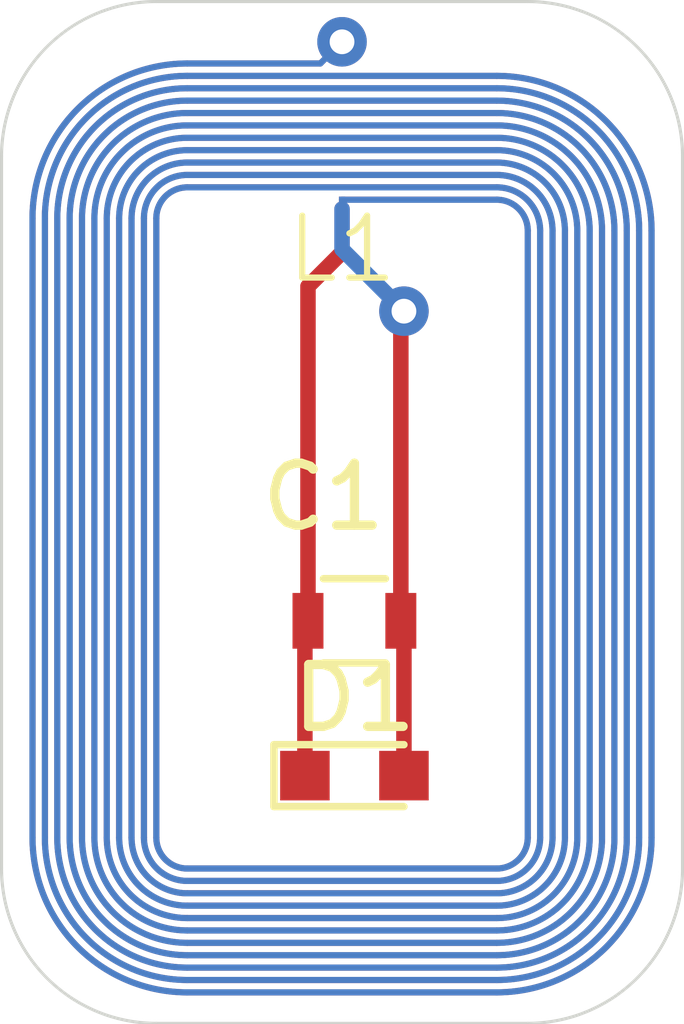
<source format=kicad_pcb>
(kicad_pcb (version 20171130) (host pcbnew 5.0.0-rc2-dev-unknown-6866c0c~65~ubuntu16.04.1)

  (general
    (thickness 0.1)
    (drawings 8)
    (tracks 12)
    (zones 0)
    (modules 3)
    (nets 3)
  )

  (page A4)
  (layers
    (0 F.Cu signal)
    (31 B.Cu signal)
    (32 B.Adhes user)
    (33 F.Adhes user)
    (34 B.Paste user)
    (35 F.Paste user)
    (36 B.SilkS user)
    (37 F.SilkS user)
    (38 B.Mask user)
    (39 F.Mask user)
    (40 Dwgs.User user)
    (41 Cmts.User user)
    (42 Eco1.User user)
    (43 Eco2.User user)
    (44 Edge.Cuts user)
    (45 Margin user)
    (46 B.CrtYd user)
    (47 F.CrtYd user)
    (48 B.Fab user)
    (49 F.Fab user)
  )

  (setup
    (last_trace_width 0.25)
    (trace_clearance 0.2)
    (zone_clearance 0.508)
    (zone_45_only no)
    (trace_min 0.2)
    (segment_width 0.2)
    (edge_width 0.15)
    (via_size 0.8)
    (via_drill 0.4)
    (via_min_size 0.4)
    (via_min_drill 0.3)
    (uvia_size 0.3)
    (uvia_drill 0.1)
    (uvias_allowed no)
    (uvia_min_size 0.2)
    (uvia_min_drill 0.1)
    (pcb_text_width 0.3)
    (pcb_text_size 1.5 1.5)
    (mod_edge_width 0.15)
    (mod_text_size 1 1)
    (mod_text_width 0.15)
    (pad_size 1.524 1.524)
    (pad_drill 0.762)
    (pad_to_mask_clearance 0.2)
    (aux_axis_origin 0 0)
    (visible_elements FFFFFF7F)
    (pcbplotparams
      (layerselection 0x010fc_ffffffff)
      (usegerberextensions false)
      (usegerberattributes false)
      (usegerberadvancedattributes false)
      (creategerberjobfile false)
      (excludeedgelayer true)
      (linewidth 0.508000)
      (plotframeref false)
      (viasonmask false)
      (mode 1)
      (useauxorigin false)
      (hpglpennumber 1)
      (hpglpenspeed 20)
      (hpglpendiameter 15)
      (psnegative false)
      (psa4output false)
      (plotreference true)
      (plotvalue true)
      (plotinvisibletext false)
      (padsonsilk false)
      (subtractmaskfromsilk false)
      (outputformat 1)
      (mirror false)
      (drillshape 1)
      (scaleselection 1)
      (outputdirectory ""))
  )

  (net 0 "")
  (net 1 /HI)
  (net 2 /LO)

  (net_class Default "This is the default net class."
    (clearance 0.2)
    (trace_width 0.25)
    (via_dia 0.8)
    (via_drill 0.4)
    (uvia_dia 0.3)
    (uvia_drill 0.1)
    (add_net /HI)
    (add_net /LO)
  )

  (module nfc_fp:ant_nfc (layer F.Cu) (tedit 5AF1E381) (tstamp 5B0237D2)
    (at 60 30)
    (path /5AEF0CBD)
    (fp_text reference L1 (at 0 -4.5) (layer F.SilkS)
      (effects (font (size 1 1) (thickness 0.1)))
    )
    (fp_text value INDUCTOR (at 0 -6.5) (layer F.Fab)
      (effects (font (size 1 1) (thickness 0.1)))
    )
    (fp_line (start -0.35 -7.5) (end -2.5 -7.5) (layer B.Cu) (width 0.1))
    (fp_arc (start 2.5 -4.8) (end 4.8 -4.8) (angle -90) (layer B.Cu) (width 0.1))
    (fp_line (start 2.5 -7.3) (end -2.5 -7.3) (layer B.Cu) (width 0.1))
    (fp_arc (start -2.5 -5) (end -2.5 -7.3) (angle -90) (layer B.Cu) (width 0.1))
    (fp_line (start -2.5 7.5) (end 2.5 7.5) (layer B.Cu) (width 0.1))
    (fp_arc (start -2.5 -5) (end -2.5 -6.5) (angle -90) (layer B.Cu) (width 0.1))
    (fp_arc (start -2.5 5) (end -4 5) (angle -90) (layer B.Cu) (width 0.1))
    (fp_line (start 3 -4.8) (end 3 5) (layer B.Cu) (width 0.1))
    (fp_arc (start 2.5 -4.8) (end 4.2 -4.8) (angle -90) (layer B.Cu) (width 0.1))
    (fp_line (start 4.2 -4.8) (end 4.2 5) (layer B.Cu) (width 0.1))
    (fp_line (start 2.5 -6.1) (end -2.5 -6.1) (layer B.Cu) (width 0.1))
    (fp_arc (start -2.5 -5) (end -2.5 -6.1) (angle -90) (layer B.Cu) (width 0.1))
    (fp_arc (start -2.5 5) (end -3.6 5) (angle -90) (layer B.Cu) (width 0.1))
    (fp_arc (start 2.5 -4.8) (end 3.8 -4.8) (angle -90) (layer B.Cu) (width 0.1))
    (fp_line (start 4 -4.8) (end 4 5) (layer B.Cu) (width 0.1))
    (fp_arc (start -2.5 -5) (end -2.5 -7.1) (angle -90) (layer B.Cu) (width 0.1))
    (fp_line (start 3.2 -4.8) (end 3.2 5) (layer B.Cu) (width 0.1))
    (fp_arc (start 2.5 5) (end 2.5 7.5) (angle -90) (layer B.Cu) (width 0.1))
    (fp_line (start -2.5 6.3) (end 2.5 6.3) (layer B.Cu) (width 0.1))
    (fp_arc (start 2.5 -4.8) (end 3 -4.8) (angle -90) (layer B.Cu) (width 0.1))
    (fp_arc (start 2.5 5) (end 2.5 6.3) (angle -90) (layer B.Cu) (width 0.1))
    (fp_arc (start -2.5 -5) (end -2.5 -6.7) (angle -90) (layer B.Cu) (width 0.1))
    (fp_arc (start -2.5 -5) (end -2.5 -7.5) (angle -90) (layer B.Cu) (width 0.1))
    (fp_arc (start 2.5 5) (end 2.5 6.9) (angle -90) (layer B.Cu) (width 0.1))
    (fp_line (start -2.5 6.9) (end 2.5 6.9) (layer B.Cu) (width 0.1))
    (fp_arc (start -2.5 -5) (end -2.5 -6.9) (angle -90) (layer B.Cu) (width 0.1))
    (fp_line (start -2.5 6.7) (end 2.5 6.7) (layer B.Cu) (width 0.1))
    (fp_arc (start -2.5 5) (end -4.2 5) (angle -90) (layer B.Cu) (width 0.1))
    (fp_arc (start -2.5 -5) (end -2.5 -6.3) (angle -90) (layer B.Cu) (width 0.1))
    (fp_arc (start -2.5 5) (end -4.4 5) (angle -90) (layer B.Cu) (width 0.1))
    (fp_arc (start -2.5 5) (end -3 5) (angle -90) (layer B.Cu) (width 0.1))
    (fp_arc (start -2.5 -5) (end -2.5 -5.5) (angle -90) (layer B.Cu) (width 0.1))
    (fp_line (start -3.4 -5) (end -3.4 5) (layer B.Cu) (width 0.1))
    (fp_arc (start -2.5 -5) (end -2.5 -5.9) (angle -90) (layer B.Cu) (width 0.1))
    (fp_line (start -2.5 5.9) (end 2.5 5.9) (layer B.Cu) (width 0.1))
    (fp_line (start -4.2 -5) (end -4.2 5) (layer B.Cu) (width 0.1))
    (fp_line (start -2.5 7.3) (end 2.5 7.3) (layer B.Cu) (width 0.1))
    (fp_line (start 3.4 -4.8) (end 3.4 5) (layer B.Cu) (width 0.1))
    (fp_arc (start 2.5 5) (end 2.5 7.1) (angle -90) (layer B.Cu) (width 0.1))
    (fp_arc (start 2.5 -4.8) (end 3.6 -4.8) (angle -90) (layer B.Cu) (width 0.1))
    (fp_line (start 2.5 -5.9) (end -2.5 -5.9) (layer B.Cu) (width 0.1))
    (fp_line (start 2.5 -6.7) (end -2.5 -6.7) (layer B.Cu) (width 0.1))
    (fp_line (start 2.5 -5.3) (end 0 -5.3) (layer B.Cu) (width 0.1))
    (fp_arc (start -2.5 5) (end -3.8 5) (angle -90) (layer B.Cu) (width 0.1))
    (fp_line (start -2.5 6.1) (end 2.5 6.1) (layer B.Cu) (width 0.1))
    (fp_arc (start 2.5 5) (end 2.5 6.1) (angle -90) (layer B.Cu) (width 0.1))
    (fp_line (start 2.5 -7.1) (end -2.5 -7.1) (layer B.Cu) (width 0.1))
    (fp_arc (start -2.5 5) (end -4.8 5) (angle -90) (layer B.Cu) (width 0.1))
    (fp_line (start -2.5 5.7) (end 2.5 5.7) (layer B.Cu) (width 0.1))
    (fp_arc (start -2.5 5) (end -3.2 5) (angle -90) (layer B.Cu) (width 0.1))
    (fp_arc (start -2.5 -5) (end -2.5 -5.7) (angle -90) (layer B.Cu) (width 0.1))
    (fp_arc (start 2.5 -4.8) (end 4.4 -4.8) (angle -90) (layer B.Cu) (width 0.1))
    (fp_line (start -2.5 7.1) (end 2.5 7.1) (layer B.Cu) (width 0.1))
    (fp_line (start -4.6 -5) (end -4.6 5) (layer B.Cu) (width 0.1))
    (fp_arc (start -2.5 5) (end -4.6 5) (angle -90) (layer B.Cu) (width 0.1))
    (fp_line (start -5 -5) (end -5 5) (layer B.Cu) (width 0.1))
    (fp_line (start -4.8 -5) (end -4.8 5) (layer B.Cu) (width 0.1))
    (fp_line (start -2.5 6.5) (end 2.5 6.5) (layer B.Cu) (width 0.1))
    (fp_line (start 2.5 -5.7) (end -2.5 -5.7) (layer B.Cu) (width 0.1))
    (fp_line (start 2.5 -6.9) (end -2.5 -6.9) (layer B.Cu) (width 0.1))
    (fp_arc (start 2.5 -4.8) (end 4.6 -4.8) (angle -90) (layer B.Cu) (width 0.1))
    (fp_line (start -3.6 -5) (end -3.6 5) (layer B.Cu) (width 0.1))
    (fp_arc (start 2.5 -4.8) (end 4 -4.8) (angle -90) (layer B.Cu) (width 0.1))
    (fp_arc (start 2.5 5) (end 2.5 6.5) (angle -90) (layer B.Cu) (width 0.1))
    (fp_line (start 2.5 -6.3) (end -2.5 -6.3) (layer B.Cu) (width 0.1))
    (fp_arc (start 2.5 -4.8) (end 5 -4.8) (angle -90) (layer B.Cu) (width 0.1))
    (fp_arc (start 2.5 5) (end 2.5 5.9) (angle -90) (layer B.Cu) (width 0.1))
    (fp_arc (start -2.5 5) (end -3.4 5) (angle -90) (layer B.Cu) (width 0.1))
    (fp_line (start -4 -5) (end -4 5) (layer B.Cu) (width 0.1))
    (fp_line (start 2.5 -5.5) (end -2.5 -5.5) (layer B.Cu) (width 0.1))
    (fp_arc (start 2.5 5) (end 2.5 7.3) (angle -90) (layer B.Cu) (width 0.1))
    (fp_line (start 3.8 -4.8) (end 3.8 5) (layer B.Cu) (width 0.1))
    (fp_line (start 3.6 -4.8) (end 3.6 5) (layer B.Cu) (width 0.1))
    (fp_line (start 4.8 -4.8) (end 4.8 5) (layer B.Cu) (width 0.1))
    (fp_arc (start 2.5 5) (end 2.5 5.7) (angle -90) (layer B.Cu) (width 0.1))
    (fp_arc (start 2.5 -4.8) (end 3.2 -4.8) (angle -90) (layer B.Cu) (width 0.1))
    (fp_line (start -3.2 -5) (end -3.2 5) (layer B.Cu) (width 0.1))
    (fp_line (start 0 -7.85) (end -0.35 -7.5) (layer B.Cu) (width 0.1))
    (fp_arc (start -2.5 5) (end -5 5) (angle -90) (layer B.Cu) (width 0.1))
    (fp_line (start 5 -4.8) (end 5 5) (layer B.Cu) (width 0.1))
    (fp_line (start 4.6 -4.8) (end 4.6 5) (layer B.Cu) (width 0.1))
    (fp_line (start 4.4 -4.8) (end 4.4 5) (layer B.Cu) (width 0.1))
    (fp_line (start -3.8 -5) (end -3.8 5) (layer B.Cu) (width 0.1))
    (fp_line (start -3 -5) (end -3 5) (layer B.Cu) (width 0.1))
    (fp_arc (start 2.5 5) (end 2.5 6.7) (angle -90) (layer B.Cu) (width 0.1))
    (fp_line (start 2.5 -6.5) (end -2.5 -6.5) (layer B.Cu) (width 0.1))
    (fp_arc (start 2.5 -4.8) (end 3.4 -4.8) (angle -90) (layer B.Cu) (width 0.1))
    (fp_line (start -4.4 -5) (end -4.4 5) (layer B.Cu) (width 0.1))
    (fp_line (start -2.5 5.5) (end 2.5 5.5) (layer B.Cu) (width 0.1))
    (fp_arc (start 2.5 5) (end 2.5 5.5) (angle -90) (layer B.Cu) (width 0.1))
    (fp_line (start 0 -7.85) (end -0.35 -7.5) (layer F.Cu) (width 0.1))
    (fp_line (start 2.5 -5.3) (end 0 -5.3) (layer F.Cu) (width 0.1))
    (fp_arc (start 2.5 -4.8) (end 3 -4.8) (angle -90) (layer F.Cu) (width 0.1))
    (fp_arc (start 2.5 5) (end 2.5 5.5) (angle -90) (layer F.Cu) (width 0.1))
    (fp_line (start -2.5 5.5) (end 2.5 5.5) (layer F.Cu) (width 0.1))
    (fp_arc (start -2.5 5) (end -3 5) (angle -90) (layer F.Cu) (width 0.1))
    (fp_arc (start -2.5 -5) (end -2.5 -5.5) (angle -90) (layer F.Cu) (width 0.1))
    (fp_line (start 2.5 -5.5) (end -2.5 -5.5) (layer F.Cu) (width 0.1))
    (fp_arc (start 2.5 -4.8) (end 3.2 -4.8) (angle -90) (layer F.Cu) (width 0.1))
    (fp_arc (start 2.5 5) (end 2.5 5.7) (angle -90) (layer F.Cu) (width 0.1))
    (fp_line (start -2.5 5.7) (end 2.5 5.7) (layer F.Cu) (width 0.1))
    (fp_arc (start -2.5 5) (end -3.2 5) (angle -90) (layer F.Cu) (width 0.1))
    (fp_arc (start -2.5 -5) (end -2.5 -5.7) (angle -90) (layer F.Cu) (width 0.1))
    (fp_line (start 2.5 -5.7) (end -2.5 -5.7) (layer F.Cu) (width 0.1))
    (fp_arc (start 2.5 -4.8) (end 3.4 -4.8) (angle -90) (layer F.Cu) (width 0.1))
    (fp_arc (start 2.5 5) (end 2.5 5.9) (angle -90) (layer F.Cu) (width 0.1))
    (fp_line (start -2.5 5.9) (end 2.5 5.9) (layer F.Cu) (width 0.1))
    (fp_arc (start -2.5 5) (end -3.4 5) (angle -90) (layer F.Cu) (width 0.1))
    (fp_arc (start -2.5 -5) (end -2.5 -5.9) (angle -90) (layer F.Cu) (width 0.1))
    (fp_line (start 2.5 -5.9) (end -2.5 -5.9) (layer F.Cu) (width 0.1))
    (fp_arc (start 2.5 -4.8) (end 3.6 -4.8) (angle -90) (layer F.Cu) (width 0.1))
    (fp_arc (start 2.5 5) (end 2.5 6.1) (angle -90) (layer F.Cu) (width 0.1))
    (fp_line (start -2.5 6.1) (end 2.5 6.1) (layer F.Cu) (width 0.1))
    (fp_arc (start -2.5 5) (end -3.6 5) (angle -90) (layer F.Cu) (width 0.1))
    (fp_arc (start -2.5 -5) (end -2.5 -6.1) (angle -90) (layer F.Cu) (width 0.1))
    (fp_line (start 2.5 -6.1) (end -2.5 -6.1) (layer F.Cu) (width 0.1))
    (fp_arc (start 2.5 -4.8) (end 3.8 -4.8) (angle -90) (layer F.Cu) (width 0.1))
    (fp_arc (start 2.5 5) (end 2.5 6.3) (angle -90) (layer F.Cu) (width 0.1))
    (fp_line (start -2.5 6.3) (end 2.5 6.3) (layer F.Cu) (width 0.1))
    (fp_arc (start -2.5 5) (end -3.8 5) (angle -90) (layer F.Cu) (width 0.1))
    (fp_arc (start -2.5 -5) (end -2.5 -6.3) (angle -90) (layer F.Cu) (width 0.1))
    (fp_line (start 2.5 -6.3) (end -2.5 -6.3) (layer F.Cu) (width 0.1))
    (fp_arc (start 2.5 -4.8) (end 4 -4.8) (angle -90) (layer F.Cu) (width 0.1))
    (fp_arc (start 2.5 5) (end 2.5 6.5) (angle -90) (layer F.Cu) (width 0.1))
    (fp_line (start -2.5 6.5) (end 2.5 6.5) (layer F.Cu) (width 0.1))
    (fp_arc (start -2.5 5) (end -4 5) (angle -90) (layer F.Cu) (width 0.1))
    (fp_arc (start -2.5 -5) (end -2.5 -6.5) (angle -90) (layer F.Cu) (width 0.1))
    (fp_line (start 2.5 -6.5) (end -2.5 -6.5) (layer F.Cu) (width 0.1))
    (fp_arc (start 2.5 -4.8) (end 4.2 -4.8) (angle -90) (layer F.Cu) (width 0.1))
    (fp_arc (start 2.5 5) (end 2.5 6.7) (angle -90) (layer F.Cu) (width 0.1))
    (fp_line (start -2.5 6.7) (end 2.5 6.7) (layer F.Cu) (width 0.1))
    (fp_arc (start -2.5 5) (end -4.2 5) (angle -90) (layer F.Cu) (width 0.1))
    (fp_arc (start -2.5 -5) (end -2.5 -6.7) (angle -90) (layer F.Cu) (width 0.1))
    (fp_line (start 2.5 -6.7) (end -2.5 -6.7) (layer F.Cu) (width 0.1))
    (fp_arc (start 2.5 -4.8) (end 4.4 -4.8) (angle -90) (layer F.Cu) (width 0.1))
    (fp_arc (start 2.5 5) (end 2.5 6.9) (angle -90) (layer F.Cu) (width 0.1))
    (fp_line (start -2.5 6.9) (end 2.5 6.9) (layer F.Cu) (width 0.1))
    (fp_arc (start -2.5 5) (end -4.4 5) (angle -90) (layer F.Cu) (width 0.1))
    (fp_arc (start -2.5 -5) (end -2.5 -6.9) (angle -90) (layer F.Cu) (width 0.1))
    (fp_line (start 2.5 -6.9) (end -2.5 -6.9) (layer F.Cu) (width 0.1))
    (fp_arc (start 2.5 -4.8) (end 4.6 -4.8) (angle -90) (layer F.Cu) (width 0.1))
    (fp_arc (start 2.5 5) (end 2.5 7.1) (angle -90) (layer F.Cu) (width 0.1))
    (fp_line (start -2.5 7.1) (end 2.5 7.1) (layer F.Cu) (width 0.1))
    (fp_arc (start -2.5 5) (end -4.6 5) (angle -90) (layer F.Cu) (width 0.1))
    (fp_arc (start -2.5 -5) (end -2.5 -7.1) (angle -90) (layer F.Cu) (width 0.1))
    (fp_line (start 2.5 -7.1) (end -2.5 -7.1) (layer F.Cu) (width 0.1))
    (fp_arc (start 2.5 -4.8) (end 4.8 -4.8) (angle -90) (layer F.Cu) (width 0.1))
    (fp_arc (start 2.5 5) (end 2.5 7.3) (angle -90) (layer F.Cu) (width 0.1))
    (fp_line (start -2.5 7.3) (end 2.5 7.3) (layer F.Cu) (width 0.1))
    (fp_arc (start -2.5 5) (end -4.8 5) (angle -90) (layer F.Cu) (width 0.1))
    (fp_arc (start -2.5 -5) (end -2.5 -7.3) (angle -90) (layer F.Cu) (width 0.1))
    (fp_line (start 2.5 -7.3) (end -2.5 -7.3) (layer F.Cu) (width 0.1))
    (fp_arc (start 2.5 -4.8) (end 5 -4.8) (angle -90) (layer F.Cu) (width 0.1))
    (fp_arc (start 2.5 5) (end 2.5 7.5) (angle -90) (layer F.Cu) (width 0.1))
    (fp_line (start -2.5 7.5) (end 2.5 7.5) (layer F.Cu) (width 0.1))
    (fp_arc (start -2.5 5) (end -5 5) (angle -90) (layer F.Cu) (width 0.1))
    (fp_arc (start -2.5 -5) (end -2.5 -7.5) (angle -90) (layer F.Cu) (width 0.1))
    (fp_line (start -0.35 -7.5) (end -2.5 -7.5) (layer F.Cu) (width 0.1))
    (fp_line (start 3.2 -4.8) (end 3.2 5) (layer F.Cu) (width 0.1))
    (fp_line (start 3 -4.8) (end 3 5) (layer F.Cu) (width 0.1))
    (fp_line (start 4 -4.8) (end 4 5) (layer F.Cu) (width 0.1))
    (fp_line (start 4.2 -4.8) (end 4.2 5) (layer F.Cu) (width 0.1))
    (fp_line (start 4.8 -4.8) (end 4.8 5) (layer F.Cu) (width 0.1))
    (fp_line (start 5 -4.8) (end 5 5) (layer F.Cu) (width 0.1))
    (fp_line (start 4.4 -4.8) (end 4.4 5) (layer F.Cu) (width 0.1))
    (fp_line (start 4.6 -4.8) (end 4.6 5) (layer F.Cu) (width 0.1))
    (fp_line (start 3.4 -4.8) (end 3.4 5) (layer F.Cu) (width 0.1))
    (fp_line (start 3.6 -4.8) (end 3.6 5) (layer F.Cu) (width 0.1))
    (fp_line (start 3.8 -4.8) (end 3.8 5) (layer F.Cu) (width 0.1))
    (fp_line (start -3 -5) (end -3 5) (layer F.Cu) (width 0.1))
    (fp_line (start -3.2 -5) (end -3.2 5) (layer F.Cu) (width 0.1))
    (fp_line (start -3.4 -5) (end -3.4 5) (layer F.Cu) (width 0.1))
    (fp_line (start -3.6 -5) (end -3.6 5) (layer F.Cu) (width 0.1))
    (fp_line (start -3.8 -5) (end -3.8 5) (layer F.Cu) (width 0.1))
    (fp_line (start -4 -5) (end -4 5) (layer F.Cu) (width 0.1))
    (fp_line (start -4.2 -5) (end -4.2 5) (layer F.Cu) (width 0.1))
    (fp_line (start -4.4 -5) (end -4.4 5) (layer F.Cu) (width 0.1))
    (fp_line (start -4.6 -5) (end -4.6 5) (layer F.Cu) (width 0.1))
    (fp_line (start -4.8 -5) (end -4.8 5) (layer F.Cu) (width 0.1))
    (fp_line (start -5 -5) (end -5 5) (layer F.Cu) (width 0.1))
    (pad 2 smd rect (at 0 -5.15) (size 0.1 0.4) (layers B.Cu F.Paste F.Mask)
      (net 1 /HI) (clearance 0.04))
    (pad 1 smd rect (at 0 -5.15) (size 0.1 0.4) (layers F.Cu F.Paste F.Mask)
      (net 2 /LO) (clearance 0.04))
    (pad 3 thru_hole circle (at 0 -7.85 180) (size 0.8 0.8) (drill 0.4) (layers *.Cu *.Mask)
      (clearance 0.05))
  )

  (module Inductors_SMD:L_0603 (layer F.Cu) (tedit 58307A47) (tstamp 5AFBC449)
    (at 60.2 31.5 180)
    (descr "Resistor SMD 0603, reflow soldering, Vishay (see dcrcw.pdf)")
    (tags "resistor 0603")
    (path /5AEF0E37)
    (attr smd)
    (fp_text reference C1 (at 0.5 2 180) (layer F.SilkS)
      (effects (font (size 1 1) (thickness 0.15)))
    )
    (fp_text value C (at -1 2 180) (layer F.Fab)
      (effects (font (size 1 1) (thickness 0.15)))
    )
    (fp_text user %R (at 0 0 180) (layer F.Fab)
      (effects (font (size 0.4 0.4) (thickness 0.075)))
    )
    (fp_line (start -0.8 0.4) (end -0.8 -0.4) (layer F.Fab) (width 0.1))
    (fp_line (start 0.8 0.4) (end -0.8 0.4) (layer F.Fab) (width 0.1))
    (fp_line (start 0.8 -0.4) (end 0.8 0.4) (layer F.Fab) (width 0.1))
    (fp_line (start -0.8 -0.4) (end 0.8 -0.4) (layer F.Fab) (width 0.1))
    (fp_line (start -1.3 -0.8) (end 1.3 -0.8) (layer F.CrtYd) (width 0.05))
    (fp_line (start -1.3 0.8) (end 1.3 0.8) (layer F.CrtYd) (width 0.05))
    (fp_line (start -1.3 -0.8) (end -1.3 0.8) (layer F.CrtYd) (width 0.05))
    (fp_line (start 1.3 -0.8) (end 1.3 0.8) (layer F.CrtYd) (width 0.05))
    (fp_line (start 0.5 0.68) (end -0.5 0.68) (layer F.SilkS) (width 0.12))
    (fp_line (start -0.5 -0.68) (end 0.5 -0.68) (layer F.SilkS) (width 0.12))
    (pad 1 smd rect (at -0.75 0 180) (size 0.5 0.9) (layers F.Cu F.Paste F.Mask)
      (net 1 /HI))
    (pad 2 smd rect (at 0.75 0 180) (size 0.5 0.9) (layers F.Cu F.Paste F.Mask)
      (net 2 /LO))
    (model ${KIPRJMOD}/nfc_led_3D_modules/C_0603.wrl
      (at (xyz 0 0 0))
      (scale (xyz 1 1 1))
      (rotate (xyz 0 0 0))
    )
  )

  (module LEDs:LED_0603 (layer F.Cu) (tedit 57FE93A5) (tstamp 5AF925F8)
    (at 60.2 34)
    (descr "LED 0603 smd package")
    (tags "LED led 0603 SMD smd SMT smt smdled SMDLED smtled SMTLED")
    (path /5AEF0EF5)
    (attr smd)
    (fp_text reference D1 (at 0 -1.25) (layer F.SilkS)
      (effects (font (size 1 1) (thickness 0.15)))
    )
    (fp_text value LED_ALT (at 0 1.35) (layer F.Fab)
      (effects (font (size 1 1) (thickness 0.15)))
    )
    (fp_line (start -1.3 -0.5) (end -1.3 0.5) (layer F.SilkS) (width 0.12))
    (fp_line (start -0.2 -0.2) (end -0.2 0.2) (layer F.Fab) (width 0.1))
    (fp_line (start -0.15 0) (end 0.15 -0.2) (layer F.Fab) (width 0.1))
    (fp_line (start 0.15 0.2) (end -0.15 0) (layer F.Fab) (width 0.1))
    (fp_line (start 0.15 -0.2) (end 0.15 0.2) (layer F.Fab) (width 0.1))
    (fp_line (start 0.8 0.4) (end -0.8 0.4) (layer F.Fab) (width 0.1))
    (fp_line (start 0.8 -0.4) (end 0.8 0.4) (layer F.Fab) (width 0.1))
    (fp_line (start -0.8 -0.4) (end 0.8 -0.4) (layer F.Fab) (width 0.1))
    (fp_line (start -0.8 0.4) (end -0.8 -0.4) (layer F.Fab) (width 0.1))
    (fp_line (start -1.3 0.5) (end 0.8 0.5) (layer F.SilkS) (width 0.12))
    (fp_line (start -1.3 -0.5) (end 0.8 -0.5) (layer F.SilkS) (width 0.12))
    (fp_line (start 1.45 -0.65) (end 1.45 0.65) (layer F.CrtYd) (width 0.05))
    (fp_line (start 1.45 0.65) (end -1.45 0.65) (layer F.CrtYd) (width 0.05))
    (fp_line (start -1.45 0.65) (end -1.45 -0.65) (layer F.CrtYd) (width 0.05))
    (fp_line (start -1.45 -0.65) (end 1.45 -0.65) (layer F.CrtYd) (width 0.05))
    (pad 2 smd rect (at 0.8 0 180) (size 0.8 0.8) (layers F.Cu F.Paste F.Mask)
      (net 1 /HI))
    (pad 1 smd rect (at -0.8 0 180) (size 0.8 0.8) (layers F.Cu F.Paste F.Mask)
      (net 2 /LO))
    (model ${KIPRJMOD}/nfc_led_3D_modules/diode_LED_0603_LTST.wrl
      (at (xyz 0 0 0))
      (scale (xyz 1 1 1))
      (rotate (xyz 0 0 0))
    )
  )

  (gr_arc (start 57 35.5) (end 54.5 35.5) (angle -90) (layer Edge.Cuts) (width 0.05))
  (gr_arc (start 63 35.5) (end 63 38) (angle -90) (layer Edge.Cuts) (width 0.05))
  (gr_arc (start 63 24) (end 65.5 24) (angle -90) (layer Edge.Cuts) (width 0.05))
  (gr_arc (start 57 24) (end 57 21.5) (angle -90) (layer Edge.Cuts) (width 0.05))
  (gr_line (start 63 21.5) (end 57 21.5) (layer Edge.Cuts) (width 0.05))
  (gr_line (start 65.5 35.5) (end 65.5 24) (layer Edge.Cuts) (width 0.05))
  (gr_line (start 57 38) (end 63 38) (layer Edge.Cuts) (width 0.05))
  (gr_line (start 54.5 24) (end 54.5 35.5) (layer Edge.Cuts) (width 0.05))

  (segment (start 61 31.55) (end 60.95 31.5) (width 0.25) (layer F.Cu) (net 1) (status 30))
  (segment (start 61 34) (end 61 31.55) (width 0.25) (layer F.Cu) (net 1) (status 30))
  (via (at 61 26.5) (size 0.8) (drill 0.4) (layers F.Cu B.Cu) (net 1))
  (segment (start 60.95 26.55) (end 61 26.5) (width 0.25) (layer F.Cu) (net 1))
  (segment (start 60.95 31.5) (end 60.95 26.55) (width 0.25) (layer F.Cu) (net 1))
  (segment (start 60 25.5) (end 61 26.5) (width 0.25) (layer B.Cu) (net 1))
  (segment (start 60 24.85) (end 60 25.5) (width 0.25) (layer B.Cu) (net 1))
  (segment (start 59.4 31.55) (end 59.45 31.5) (width 0.25) (layer F.Cu) (net 2) (status 30))
  (segment (start 59.4 34) (end 59.4 31.55) (width 0.25) (layer F.Cu) (net 2) (status 30))
  (segment (start 59.45 26.1) (end 59.45 31.5) (width 0.25) (layer F.Cu) (net 2))
  (segment (start 60 25.55) (end 59.45 26.1) (width 0.25) (layer F.Cu) (net 2))
  (segment (start 60 24.85) (end 60 25.55) (width 0.25) (layer F.Cu) (net 2))

)

</source>
